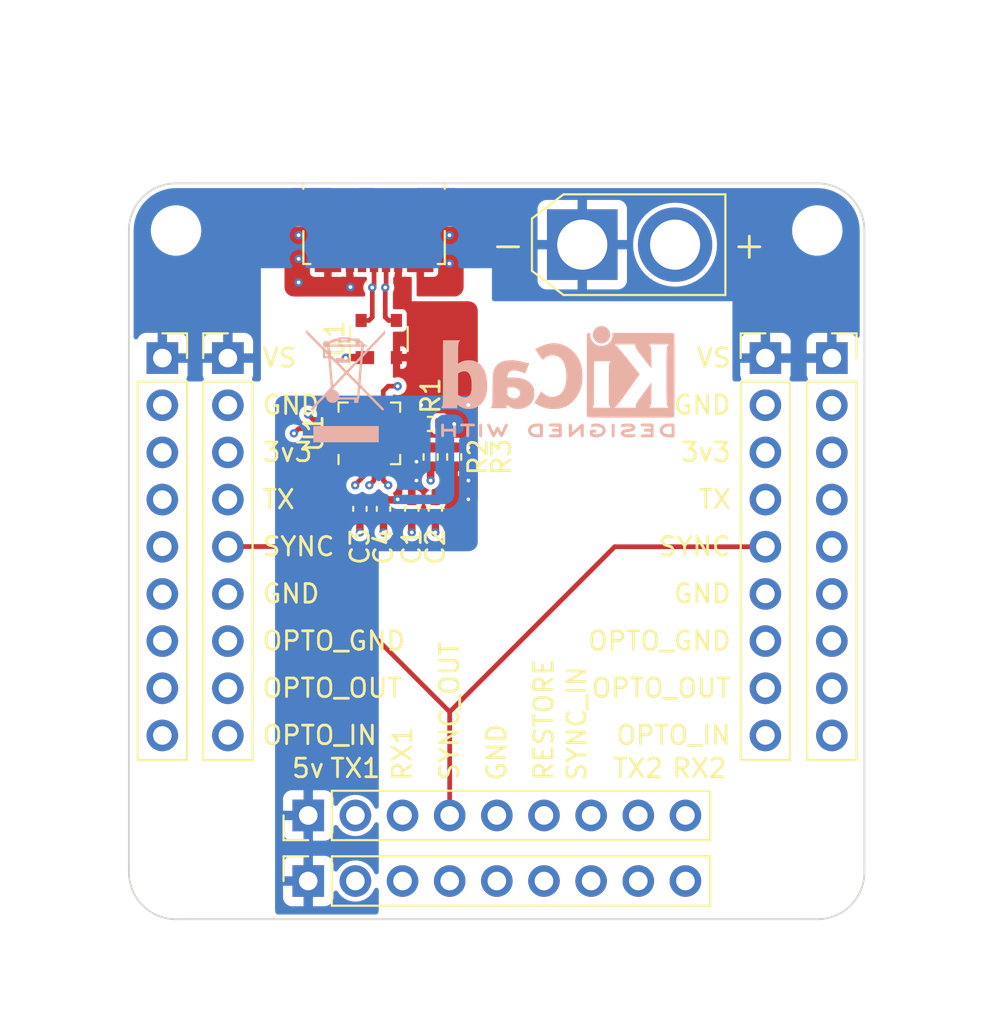
<source format=kicad_pcb>
(kicad_pcb (version 20211014) (generator pcbnew)
  (layers (0 "F.Cu" signal "Front") (1 "In1.Cu" signal) (2 "In2.Cu" signal) (31 "B.Cu" signal "Back") (34 "B.Paste" user) (35 "F.Paste" user) (36 "B.SilkS" user "B.Silkscreen") (37 "F.SilkS" user "F.Silkscreen") (38 "B.Mask" user) (39 "F.Mask" user) (44 "Edge.Cuts" user))
  (net 0 "")
  (net 1 "VBUS")
  (net 2 "GNDREF")
  (net 3 "+3V3")
  (net 4 "/D-")
  (net 5 "/D+")
  (net 6 "/SYNC")
  (net 7 "Net-(R1-Pad2)")
  (net 18 "/VS")
  (net 19 "/3V3_CAM1")
  (net 20 "/GPIO3{slash}TX_CAM1")
  (net 21 "/OPTO_GND_CAM1")
  (net 22 "/OPTO_OUT_CAM1")
  (net 23 "/OPTO_IN_CAM1")
  (net 24 "/3V3_CAM2")
  (net 25 "/GPIO3{slash}TX_CAM2")
  (net 26 "/OPTO_GND_CAM2")
  (net 27 "/OPTO_OUT_CAM2")
  (net 28 "/OPTO_IN_CAM2")
  (net 29 "/TX1")
  (net 30 "/RX1")
  (net 31 "/RESTORE")
  (net 32 "/SYNC_IN")
  (net 33 "/TX2")
  (net 34 "/RX2")
  (net 36 "Net-(R2-Pad2)")
  (footprint "Capacitor_SMD:C_0402_1005Metric" (layer "F.Cu") (at 70.358 68.326 -90)
    (fp_text reference "C4" (at 2.032 0 -90) (layer "F.SilkS"))
    (fp_text value "4u7")
    (pad "1" smd roundrect (at -0.48 0 270) (size 0.56 0.62) (layers "F.Cu" "F.Paste" "F.Mask") (net 3 "+3V3"))
    (pad "2" smd roundrect (at 0.48 0 270) (size 0.56 0.62) (layers "F.Cu" "F.Paste" "F.Mask") (net 2 "GNDREF"))
  )
  (footprint "Package_TO_SOT_SMD:SOT-143" (layer "F.Cu") (at 70.104 59.182 90)
    (fp_text reference "D1" (at 0.02 -2.38 90) (layer "F.SilkS"))
    (fp_text value "SP0503BAHT")
    (pad "1" smd rect (at -1 -0.75 90) (size 0.7 1) (layers "F.Cu" "F.Paste" "F.Mask") (net 2 "GNDREF"))
    (pad "2" smd rect (at -1 0.95 90) (size 0.7 0.6) (layers "F.Cu" "F.Paste" "F.Mask") (net 1 "VBUS"))
    (pad "3" smd rect (at 1 0.95 90) (size 0.7 0.6) (layers "F.Cu" "F.Paste" "F.Mask") (net 4 "/D-"))
    (pad "4" smd rect (at 1 -0.95 90) (size 0.7 0.6) (layers "F.Cu" "F.Paste" "F.Mask") (net 5 "/D+"))
  )
  (footprint "MountingHole:MountingHole_2.2mm_M2" (layer "F.Cu") (at 59.182 87.884)
    (fp_text reference "REF**" hide)
    (fp_text value "MountingHole_2.2mm_M2")
    (pad "" np_thru_hole circle (at 0 0) (size 2.2 2.2) (drill 2.2) (layers *.Cu *.Mask))
  )
  (footprint "Connector_PinSocket_2.54mm:PinSocket_1x09_P2.54mm_Vertical" (layer "F.Cu") (at 58.445 60.208008)
    (fp_text reference "J6" hide)
    (fp_text value "Conn_01x09_Female")
    (pad "1" thru_hole rect (at 0 0) (size 1.7 1.7) (drill 1) (layers *.Cu *.Mask) (net 18 "/VS"))
    (pad "2" thru_hole oval (at 0 2.54) (size 1.7 1.7) (drill 1) (layers *.Cu *.Mask) (net 2 "GNDREF"))
    (pad "3" thru_hole oval (at 0 5.08) (size 1.7 1.7) (drill 1) (layers *.Cu *.Mask) (net 19 "/3V3_CAM1"))
    (pad "4" thru_hole oval (at 0 7.62) (size 1.7 1.7) (drill 1) (layers *.Cu *.Mask) (net 20 "/GPIO3{slash}TX_CAM1"))
    (pad "5" thru_hole oval (at 0 10.16) (size 1.7 1.7) (drill 1) (layers *.Cu *.Mask) (net 6 "/SYNC"))
    (pad "6" thru_hole oval (at 0 12.7) (size 1.7 1.7) (drill 1) (layers *.Cu *.Mask) (net 2 "GNDREF"))
    (pad "7" thru_hole oval (at 0 15.24) (size 1.7 1.7) (drill 1) (layers *.Cu *.Mask) (net 21 "/OPTO_GND_CAM1"))
    (pad "8" thru_hole oval (at 0 17.78) (size 1.7 1.7) (drill 1) (layers *.Cu *.Mask) (net 22 "/OPTO_OUT_CAM1"))
    (pad "9" thru_hole oval (at 0 20.32) (size 1.7 1.7) (drill 1) (layers *.Cu *.Mask) (net 23 "/OPTO_IN_CAM1"))
  )
  (footprint "Resistor_SMD:R_0402_1005Metric" (layer "F.Cu") (at 74.168 65.532 90)
    (fp_text reference "R2" (at 0 1.27 270) (layer "F.SilkS"))
    (fp_text value "22k1")
    (pad "1" smd roundrect (at -0.51 0 90) (size 0.54 0.64) (layers "F.Cu" "F.Paste" "F.Mask") (net 1 "VBUS"))
    (pad "2" smd roundrect (at 0.51 0 90) (size 0.54 0.64) (layers "F.Cu" "F.Paste" "F.Mask") (net 36 "Net-(R2-Pad2)"))
  )
  (footprint "Connector_PinHeader_2.54mm:PinHeader_1x09_P2.54mm_Vertical" (layer "F.Cu") (at 90.932 60.208)
    (fp_text reference "J4" hide)
    (fp_text value "Conn_01x09_Male")
    (pad "1" thru_hole rect (at 0 0) (size 1.7 1.7) (drill 1) (layers *.Cu *.Mask) (net 18 "/VS"))
    (pad "2" thru_hole oval (at 0 2.54) (size 1.7 1.7) (drill 1) (layers *.Cu *.Mask) (net 2 "GNDREF"))
    (pad "3" thru_hole oval (at 0 5.08) (size 1.7 1.7) (drill 1) (layers *.Cu *.Mask) (net 24 "/3V3_CAM2"))
    (pad "4" thru_hole oval (at 0 7.62) (size 1.7 1.7) (drill 1) (layers *.Cu *.Mask) (net 25 "/GPIO3{slash}TX_CAM2"))
    (pad "5" thru_hole oval (at 0 10.16) (size 1.7 1.7) (drill 1) (layers *.Cu *.Mask) (net 6 "/SYNC"))
    (pad "6" thru_hole oval (at 0 12.7) (size 1.7 1.7) (drill 1) (layers *.Cu *.Mask) (net 2 "GNDREF"))
    (pad "7" thru_hole oval (at 0 15.24) (size 1.7 1.7) (drill 1) (layers *.Cu *.Mask) (net 26 "/OPTO_GND_CAM2"))
    (pad "8" thru_hole oval (at 0 17.78) (size 1.7 1.7) (drill 1) (layers *.Cu *.Mask) (net 27 "/OPTO_OUT_CAM2"))
    (pad "9" thru_hole oval (at 0 20.32) (size 1.7 1.7) (drill 1) (layers *.Cu *.Mask) (net 28 "/OPTO_IN_CAM2"))
  )
  (footprint "Connector_PinHeader_2.54mm:PinHeader_1x09_P2.54mm_Vertical" (layer "F.Cu") (at 66.304 84.836 90)
    (fp_text reference "J5" hide)
    (fp_text value "Conn_01x09_Male")
    (pad "1" thru_hole rect (at 0 0 90) (size 1.7 1.7) (drill 1) (layers *.Cu *.Mask) (net 1 "VBUS"))
    (pad "2" thru_hole oval (at 0 2.54 90) (size 1.7 1.7) (drill 1) (layers *.Cu *.Mask) (net 29 "/TX1"))
    (pad "3" thru_hole oval (at 0 5.08 90) (size 1.7 1.7) (drill 1) (layers *.Cu *.Mask) (net 30 "/RX1"))
    (pad "4" thru_hole oval (at 0 7.62 90) (size 1.7 1.7) (drill 1) (layers *.Cu *.Mask) (net 6 "/SYNC"))
    (pad "5" thru_hole oval (at 0 10.16 90) (size 1.7 1.7) (drill 1) (layers *.Cu *.Mask) (net 2 "GNDREF"))
    (pad "6" thru_hole oval (at 0 12.7 90) (size 1.7 1.7) (drill 1) (layers *.Cu *.Mask) (net 31 "/RESTORE"))
    (pad "7" thru_hole oval (at 0 15.24 90) (size 1.7 1.7) (drill 1) (layers *.Cu *.Mask) (net 32 "/SYNC_IN"))
    (pad "8" thru_hole oval (at 0 17.78 90) (size 1.7 1.7) (drill 1) (layers *.Cu *.Mask) (net 33 "/TX2"))
    (pad "9" thru_hole oval (at 0 20.32 90) (size 1.7 1.7) (drill 1) (layers *.Cu *.Mask) (net 34 "/RX2"))
  )
  (footprint "Capacitor_SMD:C_0402_1005Metric" (layer "F.Cu") (at 73.152 68.326 -90)
    (fp_text reference "C2" (at 2.032 0 90) (layer "F.SilkS"))
    (fp_text value "100n")
    (pad "1" smd roundrect (at -0.48 0 270) (size 0.56 0.62) (layers "F.Cu" "F.Paste" "F.Mask") (net 1 "VBUS"))
    (pad "2" smd roundrect (at 0.48 0 270) (size 0.56 0.62) (layers "F.Cu" "F.Paste" "F.Mask") (net 2 "GNDREF"))
  )
  (footprint "MountingHole:MountingHole_2.2mm_M2" (layer "F.Cu") (at 59.182 53.34)
    (fp_text reference "REF**" hide)
    (fp_text value "MountingHole_2.2mm_M2")
    (pad "" np_thru_hole circle (at 0 0) (size 2.2 2.2) (drill 2.2) (layers *.Cu *.Mask))
  )
  (footprint "Package_DFN_QFN:SiliconLabs_QFN-20-1EP_3x3mm_P0.5mm_EP1.8x1.8mm" (layer "F.Cu") (at 69.596 64.262 90)
    (fp_text reference "U1" (at 0 -3 90) (layer "F.SilkS"))
    (fp_text value "CP2102N-Axx-xQFN20")
    (pad "1" smd rect (at -1.25 -1.25 90) (size 0.3 0.3) (layers "F.Cu" "F.Paste" "F.Mask"))
    (pad "2" smd rect (at -1.55 -0.75 90) (size 0.9 0.3) (layers "F.Cu" "F.Paste" "F.Mask"))
    (pad "3" smd rect (at -1.55 -0.25 90) (size 0.9 0.3) (layers "F.Cu" "F.Paste" "F.Mask") (net 2 "GNDREF"))
    (pad "4" smd rect (at -1.55 0.25 90) (size 0.9 0.3) (layers "F.Cu" "F.Paste" "F.Mask") (net 5 "/D+"))
    (pad "5" smd rect (at -1.55 0.75 90) (size 0.9 0.3) (layers "F.Cu" "F.Paste" "F.Mask") (net 4 "/D-"))
    (pad "6" smd rect (at -1.25 1.25 90) (size 0.3 0.3) (layers "F.Cu" "F.Paste" "F.Mask") (net 3 "+3V3"))
    (pad "7" smd rect (at -0.75 1.55 180) (size 0.9 0.3) (layers "F.Cu" "F.Paste" "F.Mask") (net 1 "VBUS"))
    (pad "8" smd rect (at -0.25 1.55 180) (size 0.9 0.3) (layers "F.Cu" "F.Paste" "F.Mask") (net 36 "Net-(R2-Pad2)"))
    (pad "9" smd rect (at 0.25 1.55 180) (size 0.9 0.3) (layers "F.Cu" "F.Paste" "F.Mask") (net 7 "Net-(R1-Pad2)"))
    (pad "10" smd rect (at 0.75 1.55 180) (size 0.9 0.3) (layers "F.Cu" "F.Paste" "F.Mask"))
    (pad "11" smd rect (at 1.25 1.25 90) (size 0.3 0.3) (layers "F.Cu" "F.Paste" "F.Mask"))
    (pad "12" smd rect (at 1.55 0.75 90) (size 0.9 0.3) (layers "F.Cu" "F.Paste" "F.Mask") (net 2 "GNDREF"))
    (pad "13" smd rect (at 1.55 0.25 90) (size 0.9 0.3) (layers "F.Cu" "F.Paste" "F.Mask"))
    (pad "14" smd rect (at 1.55 -0.25 90) (size 0.9 0.3) (layers "F.Cu" "F.Paste" "F.Mask"))
    (pad "15" smd rect (at 1.55 -0.75 90) (size 0.9 0.3) (layers "F.Cu" "F.Paste" "F.Mask"))
    (pad "16" smd rect (at 1.25 -1.25 90) (size 0.3 0.3) (layers "F.Cu" "F.Paste" "F.Mask"))
    (pad "17" smd rect (at 0.75 -1.55 180) (size 0.9 0.3) (layers "F.Cu" "F.Paste" "F.Mask") (net 34 "/RX2"))
    (pad "18" smd rect (at 0.25 -1.55 180) (size 0.9 0.3) (layers "F.Cu" "F.Paste" "F.Mask") (net 33 "/TX2"))
    (pad "19" smd rect (at -0.25 -1.55 180) (size 0.9 0.3) (layers "F.Cu" "F.Paste" "F.Mask"))
    (pad "20" smd rect (at -0.75 -1.55 180) (size 0.9 0.3) (layers "F.Cu" "F.Paste" "F.Mask"))
    (pad "21" smd rect (at 0 0 90) (size 1.8 1.8) (layers "F.Cu" "F.Mask") (net 2 "GNDREF"))
  )
  (footprint "MountingHole:MountingHole_2.2mm_M2" (layer "F.Cu") (at 93.726 87.884)
    (fp_text reference "REF**" hide)
    (fp_text value "MountingHole_2.2mm_M2")
    (pad "" np_thru_hole circle (at 0 0) (size 2.2 2.2) (drill 2.2) (layers *.Cu *.Mask))
  )
  (footprint "Resistor_SMD:R_0402_1005Metric" (layer "F.Cu") (at 72.898 65.532 -90)
    (fp_text reference "R3" (at 0 -3.81 90) (layer "F.SilkS"))
    (fp_text value "47k5")
    (pad "1" smd roundrect (at -0.51 0 270) (size 0.54 0.64) (layers "F.Cu" "F.Paste" "F.Mask") (net 36 "Net-(R2-Pad2)"))
    (pad "2" smd roundrect (at 0.51 0 270) (size 0.54 0.64) (layers "F.Cu" "F.Paste" "F.Mask") (net 2 "GNDREF"))
  )
  (footprint "Connector_USB:USB_Micro-B_Molex_47346-0001" (layer "F.Cu") (at 69.85 53.432 180)
    (fp_text reference "J2" hide)
    (fp_text value "USB_B_Micro")
    (pad "1" smd rect (at -1.3 -1.46 180) (size 0.45 1.38) (layers "F.Cu" "F.Paste" "F.Mask") (net 1 "VBUS"))
    (pad "2" smd rect (at -0.65 -1.46 180) (size 0.45 1.38) (layers "F.Cu" "F.Paste" "F.Mask") (net 4 "/D-"))
    (pad "3" smd rect (at 0 -1.46 180) (size 0.45 1.38) (layers "F.Cu" "F.Paste" "F.Mask") (net 5 "/D+"))
    (pad "4" smd rect (at 0.65 -1.46 180) (size 0.45 1.38) (layers "F.Cu" "F.Paste" "F.Mask"))
    (pad "5" smd rect (at 1.3 -1.46 180) (size 0.45 1.38) (layers "F.Cu" "F.Paste" "F.Mask") (net 2 "GNDREF"))
    (pad "6" smd rect (at 2.4875 -1.375 180) (size 1.425 1.55) (layers "F.Cu" "F.Paste" "F.Mask") (net 2 "GNDREF"))
    (pad "6" smd rect (at -2.4875 -1.375 180) (size 1.425 1.55) (layers "F.Cu" "F.Paste" "F.Mask") (net 2 "GNDREF"))
    (pad "6" smd rect (at -1.15 1.2 180) (size 1.8 1.9) (layers "F.Cu" "F.Paste" "F.Mask") (net 2 "GNDREF"))
    (pad "6" smd rect (at 1.55 1.2 180) (size 1 1.9) (layers "F.Cu" "F.Paste" "F.Mask") (net 2 "GNDREF"))
    (pad "6" smd rect (at 3.375 1.2 180) (size 1.65 1.3) (layers "F.Cu" "F.Paste" "F.Mask") (net 2 "GNDREF"))
    (pad "6" smd rect (at -3.375 1.2 180) (size 1.65 1.3) (layers "F.Cu" "F.Paste" "F.Mask") (net 2 "GNDREF"))
  )
  (footprint "Connector_AMASS:AMASS_XT30U-F_1x02_P5.0mm_Vertical" (layer "F.Cu") (at 81.066 54.102)
    (fp_text reference "J1" hide)
    (fp_text value "Conn_01x02_Female")
    (fp_text user "-" (at -4 0) (layer "F.SilkS") (effects (font (size 1.5 1.5))))
    (fp_text user "+" (at 9 0) (layer "F.SilkS") (effects (font (size 1.5 1.5))))
    (pad "1" thru_hole rect (at 0 0) (size 3.8 3.8) (drill 2.7) (layers *.Cu *.Mask) (net 18 "/VS"))
    (pad "2" thru_hole circle (at 5 0) (size 4 4) (drill 2.7) (layers *.Cu *.Mask) (net 2 "GNDREF"))
  )
  (footprint "Capacitor_SMD:C_0402_1005Metric" (layer "F.Cu") (at 71.882 68.326 -90)
    (fp_text reference "C1" (at 2.032 0 90) (layer "F.SilkS"))
    (fp_text value "4u7")
    (pad "1" smd roundrect (at -0.48 0 270) (size 0.56 0.62) (layers "F.Cu" "F.Paste" "F.Mask") (net 1 "VBUS"))
    (pad "2" smd roundrect (at 0.48 0 270) (size 0.56 0.62) (layers "F.Cu" "F.Paste" "F.Mask") (net 2 "GNDREF"))
  )
  (footprint "MountingHole:MountingHole_2.2mm_M2" (layer "F.Cu") (at 93.726 53.34)
    (fp_text reference "REF**" hide)
    (fp_text value "MountingHole_2.2mm_M2")
    (pad "" np_thru_hole circle (at 0 0) (size 2.2 2.2) (drill 2.2) (layers *.Cu *.Mask))
  )
  (footprint "Connector_PinSocket_2.54mm:PinSocket_1x09_P2.54mm_Vertical" (layer "F.Cu") (at 94.512994 60.208008)
    (fp_text reference "J7" hide)
    (fp_text value "Conn_01x09_Female")
    (pad "1" thru_hole rect (at 0 0) (size 1.7 1.7) (drill 1) (layers *.Cu *.Mask) (net 18 "/VS"))
    (pad "2" thru_hole oval (at 0 2.54) (size 1.7 1.7) (drill 1) (layers *.Cu *.Mask) (net 2 "GNDREF"))
    (pad "3" thru_hole oval (at 0 5.08) (size 1.7 1.7) (drill 1) (layers *.Cu *.Mask) (net 24 "/3V3_CAM2"))
    (pad "4" thru_hole oval (at 0 7.62) (size 1.7 1.7) (drill 1) (layers *.Cu *.Mask) (net 25 "/GPIO3{slash}TX_CAM2"))
    (pad "5" thru_hole oval (at 0 10.16) (size 1.7 1.7) (drill 1) (layers *.Cu *.Mask) (net 6 "/SYNC"))
    (pad "6" thru_hole oval (at 0 12.7) (size 1.7 1.7) (drill 1) (layers *.Cu *.Mask) (net 2 "GNDREF"))
    (pad "7" thru_hole oval (at 0 15.24) (size 1.7 1.7) (drill 1) (layers *.Cu *.Mask) (net 26 "/OPTO_GND_CAM2"))
    (pad "8" thru_hole oval (at 0 17.78) (size 1.7 1.7) (drill 1) (layers *.Cu *.Mask) (net 27 "/OPTO_OUT_CAM2"))
    (pad "9" thru_hole oval (at 0 20.32) (size 1.7 1.7) (drill 1) (layers *.Cu *.Mask) (net 28 "/OPTO_IN_CAM2"))
  )
  (footprint "Resistor_SMD:R_0402_1005Metric" (layer "F.Cu") (at 72.898 63.754 180)
    (fp_text reference "R1" (at 0 1.524 90) (layer "F.SilkS"))
    (fp_text value "5k1")
    (pad "1" smd roundrect (at -0.51 0 180) (size 0.54 0.64) (layers "F.Cu" "F.Paste" "F.Mask") (net 3 "+3V3"))
    (pad "2" smd roundrect (at 0.51 0 180) (size 0.54 0.64) (layers "F.Cu" "F.Paste" "F.Mask") (net 7 "Net-(R1-Pad2)"))
  )
  (footprint "Connector_PinSocket_2.54mm:PinSocket_1x09_P2.54mm_Vertical" (layer "F.Cu") (at 66.304 88.367 90)
    (fp_text reference "J8" hide)
    (fp_text value "Conn_01x09_Female")
    (pad "1" thru_hole rect (at 0 0 90) (size 1.7 1.7) (drill 1) (layers *.Cu *.Mask) (net 1 "VBUS"))
    (pad "2" thru_hole oval (at 0 2.54 90) (size 1.7 1.7) (drill 1) (layers *.Cu *.Mask) (net 29 "/TX1"))
    (pad "3" thru_hole oval (at 0 5.08 90) (size 1.7 1.7) (drill 1) (layers *.Cu *.Mask) (net 30 "/RX1"))
    (pad "4" thru_hole oval (at 0 7.62 90) (size 1.7 1.7) (drill 1) (layers *.Cu *.Mask) (net 6 "/SYNC"))
    (pad "5" thru_hole oval (at 0 10.16 90) (size 1.7 1.7) (drill 1) (layers *.Cu *.Mask) (net 2 "GNDREF"))
    (pad "6" thru_hole oval (at 0 12.7 90) (size 1.7 1.7) (drill 1) (layers *.Cu *.Mask) (net 31 "/RESTORE"))
    (pad "7" thru_hole oval (at 0 15.24 90) (size 1.7 1.7) (drill 1) (layers *.Cu *.Mask) (net 32 "/SYNC_IN"))
    (pad "8" thru_hole oval (at 0 17.78 90) (size 1.7 1.7) (drill 1) (layers *.Cu *.Mask) (net 33 "/TX2"))
    (pad "9" thru_hole oval (at 0 20.32 90) (size 1.7 1.7) (drill 1) (layers *.Cu *.Mask) (net 34 "/RX2"))
  )
  (footprint "Connector_PinHeader_2.54mm:PinHeader_1x09_P2.54mm_Vertical" (layer "F.Cu") (at 61.976 60.208008)
    (fp_text reference "J3" hide)
    (fp_text value "Conn_01x09_Male")
    (pad "1" thru_hole rect (at 0 0) (size 1.7 1.7) (drill 1) (layers *.Cu *.Mask) (net 18 "/VS"))
    (pad "2" thru_hole oval (at 0 2.54) (size 1.7 1.7) (drill 1) (layers *.Cu *.Mask) (net 2 "GNDREF"))
    (pad "3" thru_hole oval (at 0 5.08) (size 1.7 1.7) (drill 1) (layers *.Cu *.Mask) (net 19 "/3V3_CAM1"))
    (pad "4" thru_hole oval (at 0 7.62) (size 1.7 1.7) (drill 1) (layers *.Cu *.Mask) (net 20 "/GPIO3{slash}TX_CAM1"))
    (pad "5" thru_hole oval (at 0 10.16) (size 1.7 1.7) (drill 1) (layers *.Cu *.Mask) (net 6 "/SYNC"))
    (pad "6" thru_hole oval (at 0 12.7) (size 1.7 1.7) (drill 1) (layers *.Cu *.Mask) (net 2 "GNDREF"))
    (pad "7" thru_hole oval (at 0 15.24) (size 1.7 1.7) (drill 1) (layers *.Cu *.Mask) (net 21 "/OPTO_GND_CAM1"))
    (pad "8" thru_hole oval (at 0 17.78) (size 1.7 1.7) (drill 1) (layers *.Cu *.Mask) (net 22 "/OPTO_OUT_CAM1"))
    (pad "9" thru_hole oval (at 0 20.32) (size 1.7 1.7) (drill 1) (layers *.Cu *.Mask) (net 23 "/OPTO_IN_CAM1"))
  )
  (footprint "Capacitor_SMD:C_0402_1005Metric" (layer "F.Cu") (at 69.088 68.326 -90)
    (fp_text reference "C3" (at 2.032 0 90) (layer "F.SilkS"))
    (fp_text value "100n")
    (pad "1" smd roundrect (at -0.48 0 270) (size 0.56 0.62) (layers "F.Cu" "F.Paste" "F.Mask") (net 3 "+3V3"))
    (pad "2" smd roundrect (at 0.48 0 270) (size 0.56 0.62) (layers "F.Cu" "F.Paste" "F.Mask") (net 2 "GNDREF"))
  )
  (footprint "Symbol:KiCad-Logo2_5mm_SilkScreen" (layer "B.Cu") (at 79.756 61.468 180)
    (fp_text reference "REF**" hide)
    (fp_text value "KiCad-Logo2_5mm_SilkScreen" hide)
  )
  (footprint "Symbol:WEEE-Logo_4.2x6mm_SilkScreen" (layer "B.Cu") (at 68.326 61.722 180)
    (fp_text reference "REF**" hide)
    (fp_text value "WEEE-Logo_4.2x6mm_SilkScreen" hide)
  )
  (gr_arc (start 96.266 87.884) (mid 95.522051 89.680051) (end 93.726 90.424) (layer "Edge.Cuts") (width 0.1))
  (gr_line (start 56.642 87.884) (end 56.642 53.34) (layer "Edge.Cuts") (width 0.1))
  (gr_line (start 93.726 50.8) (end 59.182 50.8) (layer "Edge.Cuts") (width 0.1))
  (gr_arc (start 59.182 90.424) (mid 57.385949 89.680051) (end 56.642 87.884) (layer "Edge.Cuts") (width 0.1))
  (gr_line (start 96.266 53.34) (end 96.266 87.884) (layer "Edge.Cuts") (width 0.1))
  (gr_arc (start 93.726 50.8) (mid 95.522051 51.543949) (end 96.266 53.34) (layer "Edge.Cuts") (width 0.1))
  (gr_arc (start 56.642 53.34) (mid 57.385949 51.543949) (end 59.182 50.8) (layer "Edge.Cuts") (width 0.1))
  (gr_line (start 93.726 90.424) (end 59.182 90.424) (layer "Edge.Cuts") (width 0.1))
  (gr_text "OPTO_GND" (at 63.754 75.438) (layer "F.SilkS") (effects (font (size 1 1)) (justify left)))
  (gr_text "SYNC_OUT" (at 73.914 83.058 90) (layer "F.SilkS") (effects (font (size 1 1)) (justify left)))
  (gr_text "3v3" (at 89.154 65.278) (layer "F.SilkS") (effects (font (size 1 1)) (justify right)))
  (gr_text "OPTO_GND" (at 89.154 75.438) (layer "F.SilkS") (effects (font (size 1 1)) (justify right)))
  (gr_text "RX2" (at 87.376 82.296) (layer "F.SilkS") (effects (font (size 1 1))))
  (gr_text "OPTO_IN" (at 89.154 80.518) (layer "F.SilkS") (effects (font (size 1 1)) (justify right)))
  (gr_text "GND" (at 89.154 72.898) (layer "F.SilkS") (effects (font (size 1 1)) (justify right)))
  (gr_text "GND" (at 63.754 62.738) (layer "F.SilkS") (effects (font (size 1 1)) (justify left)))
  (gr_text "TX1" (at 68.834 82.296) (layer "F.SilkS") (effects (font (size 1 1))))
  (gr_text "OPTO_OUT" (at 63.754 77.978) (layer "F.SilkS") (effects (font (size 1 1)) (justify left)))
  (gr_text "5v" (at 66.294 82.296) (layer "F.SilkS") (effects (font (size 1 1))))
  (gr_text "SYNC_IN" (at 80.772 83.058 90) (layer "F.SilkS") (effects (font (size 1 1)) (justify left)))
  (gr_text "SYNC" (at 63.754 70.358) (layer "F.SilkS") (effects (font (size 1 1)) (justify left)))
  (gr_text "RESTORE" (at 78.994 83.058 90) (layer "F.SilkS") (effects (font (size 1 1)) (justify left)))
  (gr_text "TX" (at 89.154 67.818) (layer "F.SilkS") (effects (font (size 1 1)) (justify right)))
  (gr_text "TX2" (at 84.074 82.296) (layer "F.SilkS") (effects (font (size 1 1))))
  (gr_text "VS" (at 89.154 60.198) (layer "F.SilkS") (effects (font (size 1 1)) (justify right)))
  (gr_text "GND" (at 89.154 62.738) (layer "F.SilkS") (effects (font (size 1 1)) (justify right)))
  (gr_text "VS" (at 63.754 60.198) (layer "F.SilkS") (effects (font (size 1 1)) (justify left)))
  (gr_text "OPTO_IN" (at 63.754 80.518) (layer "F.SilkS") (effects (font (size 1 1)) (justify left)))
  (gr_text "GND" (at 76.454 83.058 90) (layer "F.SilkS") (effects (font (size 1 1)) (justify left)))
  (gr_text "RX1" (at 71.374 83.058 90) (layer "F.SilkS") (effects (font (size 1 1)) (justify left)))
  (gr_text "OPTO_OUT" (at 89.154 77.978) (layer "F.SilkS") (effects (font (size 1 1)) (justify right)))
  (gr_text "TX" (at 63.754 67.818) (layer "F.SilkS") (effects (font (size 1 1)) (justify left)))
  (gr_text "GND" (at 63.754 72.898) (layer "F.SilkS") (effects (font (size 1 1)) (justify left)))
  (gr_text "3v3" (at 63.754 65.278) (layer "F.SilkS") (effects (font (size 1 1)) (justify left)))
  (gr_text "SYNC" (at 89.154 70.358) (layer "F.SilkS") (effects (font (size 1 1)) (justify right)))
  (segment (start 71.616 65.012) (end 72.136 65.532) (width 0.254) (layer "F.Cu") (net 1))
  (segment (start 71.146 65.012) (end 71.616 65.012) (width 0.254) (layer "F.Cu") (net 1))
  (segment (start 72.136 65.532) (end 72.136 65.786) (width 0.254) (layer "F.Cu") (net 1))
  (via (at 72.39 62.738) (size 0.45) (drill 0.2) (layers "F.Cu" "B.Cu") (net 1))
  (via (at 74.93 65.024) (size 0.45) (drill 0.2) (layers "F.Cu" "B.Cu") (net 1))
  (via (at 72.136 66.802) (size 0.45) (drill 0.2) (layers "F.Cu" "B.Cu") (net 1))
  (via (at 74.93 67.818) (size 0.45) (drill 0.2) (layers "F.Cu" "B.Cu") (net 1))
  (via (at 74.93 62.738) (size 0.45) (drill 0.2) (layers "F.Cu" "B.Cu") (net 1))
  (via (at 72.136 65.786) (size 0.45) (drill 0.2) (layers "F.Cu" "B.Cu") (net 1))
  (via (at 74.93 66.802) (size 0.45) (drill 0.2) (layers "F.Cu" "B.Cu") (net 1))
  (segment (start 70.346 62.712) (end 70.346 63.512) (width 0.254) (layer "F.Cu") (net 2))
  (segment (start 70.346 63.512) (end 69.596 64.262) (width 0.254) (layer "F.Cu") (net 2))
  (segment (start 70.612 61.722) (end 71.12 61.722) (width 0.254) (layer "F.Cu") (net 2))
  (segment (start 70.346 62.712) (end 70.346 61.988) (width 0.254) (layer "F.Cu") (net 2))
  (segment (start 70.358 68.806) (end 70.358 69.596) (width 0.4064) (layer "F.Cu") (net 2))
  (segment (start 69.088 68.806) (end 69.088 69.596) (width 0.4064) (layer "F.Cu") (net 2))
  (segment (start 69.346 64.512) (end 69.596 64.262) (width 0.254) (layer "F.Cu") (net 2))
  (segment (start 70.346 61.988) (end 70.612 61.722) (width 0.254) (layer "F.Cu") (net 2))
  (segment (start 68.342 60.182) (end 68.326 60.198) (width 0.4064) (layer "F.Cu") (net 2))
  (segment (start 68.834 67.028) (end 68.834 67.056) (width 0.254) (layer "F.Cu") (net 2))
  (segment (start 69.354 60.182) (end 68.342 60.182) (width 0.4064) (layer "F.Cu") (net 2))
  (segment (start 69.346 66.516) (end 68.834 67.028) (width 0.254) (layer "F.Cu") (net 2))
  (segment (start 71.882 68.806) (end 71.882 69.596) (width 0.4064) (layer "F.Cu") (net 2))
  (segment (start 69.346 65.812) (end 69.346 64.512) (width 0.254) (layer "F.Cu") (net 2))
  (segment (start 69.346 65.812) (end 69.346 66.516) (width 0.254) (layer "F.Cu") (net 2))
  (segment (start 72.898 66.042) (end 72.898 66.802) (width 0.4064) (layer "F.Cu") (net 2))
  (segment (start 73.152 68.806) (end 73.152 69.596) (width 0.4064) (layer "F.Cu") (net 2))
  (via (at 71.12 61.722) (size 0.45) (drill 0.2) (layers "F.Cu" "B.Cu") (net 2))
  (via (at 68.326 60.198) (size 0.45) (drill 0.2) (layers "F.Cu" "B.Cu") (net 2))
  (via (at 65.786 56.134) (size 0.45) (drill 0.2) (layers "F.Cu" "B.Cu") (net 2))
  (via (at 68.58 56.388) (size 0.45) (drill 0.2) (layers "F.Cu" "B.Cu") (net 2))
  (via (at 65.786 54.864) (size 0.45) (drill 0.2) (layers "F.Cu" "B.Cu") (net 2))
  (via (at 71.882 69.596) (size 0.45) (drill 0.2) (layers "F.Cu" "B.Cu") (net 2))
  (via (at 72.898 66.802) (size 0.45) (drill 0.2) (layers "F.Cu" "B.Cu") (net 2))
  (via (at 68.834 67.056) (size 0.45) (drill 0.2) (layers "F.Cu" "B.Cu") (net 2))
  (via (at 73.914 55.118) (size 0.45) (drill 0.2) (layers "F.Cu" "B.Cu") (net 2))
  (via (at 65.786 53.594) (size 0.45) (drill 0.2) (layers "F.Cu" "B.Cu") (net 2))
  (via (at 70.358 69.596) (size 0.45) (drill 0.2) (layers "F.Cu" "B.Cu") (net 2))
  (via (at 73.914 53.594) (size 0.45) (drill 0.2) (layers "F.Cu" "B.Cu") (net 2))
  (via (at 73.152 69.596) (size 0.45) (drill 0.2) (layers "F.Cu" "B.Cu") (net 2))
  (via (at 69.088 69.596) (size 0.45) (drill 0.2) (layers "F.Cu" "B.Cu") (net 2))
  (segment (start 73.408 63.754) (end 74.168 63.754) (width 0.4064) (layer "F.Cu") (net 3))
  (via (at 71.12 67.818) (size 0.45) (drill 0.2) (layers "F.Cu" "B.Cu") (net 3))
  (via (at 74.168 63.754) (size 0.45) (drill 0.2) (layers "F.Cu" "B.Cu") (net 3))
  (segment (start 70.5 54.892) (end 70.5 56.362223) (width 0.254) (layer "F.Cu") (net 4))
  (segment (start 70.454 58.008) (end 70.628 58.182) (width 0.254) (layer "F.Cu") (net 4))
  (segment (start 70.346 66.79) (end 70.346 65.812) (width 0.254) (layer "F.Cu") (net 4))
  (segment (start 70.612 67.056) (end 70.346 66.79) (width 0.254) (layer "F.Cu") (net 4))
  (segment (start 70.628 58.182) (end 71.054 58.182) (width 0.254) (layer "F.Cu") (net 4))
  (segment (start 70.5 56.362223) (end 70.454 56.408223) (width 0.254) (layer "F.Cu") (net 4))
  (segment (start 70.454 56.408223) (end 70.454 58.008) (width 0.254) (layer "F.Cu") (net 4))
  (via (at 70.612 67.056) (size 0.45) (drill 0.2) (layers "F.Cu" "B.Cu") (net 4))
  (via (at 70.454 56.408223) (size 0.45) (drill 0.2) (layers "F.Cu" "B.Cu") (net 4))
  (segment (start 69.754 58.008) (end 69.58 58.182) (width 0.254) (layer "F.Cu") (net 5))
  (segment (start 69.846 65.812) (end 69.846 66.806) (width 0.254) (layer "F.Cu") (net 5))
  (segment (start 69.58 58.182) (end 69.154 58.182) (width 0.254) (layer "F.Cu") (net 5))
  (segment (start 69.754 56.408223) (end 69.754 58.008) (width 0.254) (layer "F.Cu") (net 5))
  (segment (start 69.85 54.892) (end 69.85 56.312223) (width 0.254) (layer "F.Cu") (net 5))
  (segment (start 69.846 66.806) (end 69.596 67.056) (width 0.254) (layer "F.Cu") (net 5))
  (segment (start 69.85 56.312223) (end 69.754 56.408223) (width 0.254) (layer "F.Cu") (net 5))
  (via (at 69.754 56.408223) (size 0.45) (drill 0.2) (layers "F.Cu" "B.Cu") (net 5))
  (via (at 69.596 67.056) (size 0.45) (drill 0.2) (layers "F.Cu" "B.Cu") (net 5))
  (segment (start 82.814 70.368) (end 73.924 79.258) (width 0.254) (layer "F.Cu") (net 6))
  (segment (start 61.986008 70.358) (end 61.976 70.368008) (width 0.254) (layer "F.Cu") (net 6))
  (segment (start 73.924 79.258) (end 65.024 70.358) (width 0.254) (layer "F.Cu") (net 6))
  (segment (start 73.924 84.836) (end 73.924 79.258) (width 0.254) (layer "F.Cu") (net 6))
  (segment (start 90.932 70.368) (end 82.814 70.368) (width 0.254) (layer "F.Cu") (net 6))
  (segment (start 65.024 70.358) (end 61.986008 70.358) (width 0.254) (layer "F.Cu") (net 6))
  (segment (start 72.136 63.754) (end 72.388 63.754) (width 0.254) (layer "F.Cu") (net 7))
  (segment (start 71.146 64.012) (end 71.878 64.012) (width 0.254) (layer "F.Cu") (net 7))
  (segment (start 71.878 64.012) (end 72.136 63.754) (width 0.254) (layer "F.Cu") (net 7))
  (segment (start 65.782 64.012) (end 65.532 64.262) (width 0.254) (layer "F.Cu") (net 33))
  (segment (start 68.046 64.012) (end 65.782 64.012) (width 0.254) (layer "F.Cu") (net 33))
  (via (at 65.532 64.262) (size 0.45) (drill 0.2) (layers "F.Cu" "B.Cu") (net 33))
  (segment (start 66.56 63.512) (end 68.046 63.512) (width 0.254) (layer "F.Cu") (net 34))
  (segment (start 66.294 63.246) (end 66.56 63.512) (width 0.254) (layer "F.Cu") (net 34))
  (via (at 66.294 63.246) (size 0.45) (drill 0.2) (layers "F.Cu" "B.Cu") (net 34))
  (segment (start 71.146 64.512) (end 71.878 64.512) (width 0.254) (layer "F.Cu") (net 36))
  (segment (start 71.878 64.512) (end 72.388 65.022) (width 0.254) (layer "F.Cu") (net 36))
  (segment (start 72.388 65.022) (end 74.168 65.022) (width 0.254) (layer "F.Cu") (net 36))
  (zone (net 2) (net_name "GNDREF") (layer "F.Cu") (connect_pads (clearance 0.254)) (min_thickness 0.127) (fill yes (thermal_gap 0.254) (thermal_bridge_width 0.4064) (smoothing fillet) (radius 0.508))
    (polygon (pts (xy 74.676 56.896) (xy 65.024 56.896) (xy 65.024 51.054) (xy 74.676 51.054)))
  )
  (zone (net 1) (net_name "VBUS") (layer "F.Cu") (priority 1) (connect_pads (clearance 0.254)) (min_thickness 0.127) (fill yes (thermal_gap 0.254) (thermal_bridge_width 0.4064) (smoothing fillet) (radius 0.508))
    (polygon (pts (xy 75.438 68.326) (xy 70.866 68.326) (xy 70.866 54.102) (xy 71.882 54.102) (xy 71.882 57.15) (xy 75.438 57.15)))
  )
  (zone (net 3) (net_name "+3V3") (layer "F.Cu") (priority 2) (connect_pads (clearance 0.254)) (min_thickness 0.127) (fill yes (thermal_gap 0.254) (thermal_bridge_width 0.4064) (smoothing fillet) (radius 0.254))
    (polygon (pts (xy 71.374 68.072) (xy 68.834 68.072) (xy 68.834 67.564) (xy 70.612 67.564) (xy 70.612 65.278) (xy 71.374 65.278)))
  )
  (zone (net 3) (net_name "+3V3") (layer "B.Cu") (priority 1) (connect_pads (clearance 0.254)) (min_thickness 0.254) (fill yes (thermal_gap 0.508) (thermal_bridge_width 0.508) (smoothing fillet) (radius 0.508))
    (polygon (pts (xy 74.676 63.246) (xy 74.676 64.262) (xy 74.168 64.262) (xy 74.168 68.072) (xy 70.866 68.072) (xy 70.866 67.564) (xy 73.152 67.564) (xy 73.152 63.246)))
  )
  (zone (net 18) (net_name "/VS") (layer "B.Cu") (connect_pads (clearance 0.254)) (min_thickness 0.254) (fill yes (thermal_gap 0.508) (thermal_bridge_width 0.508))
    (polygon (pts (xy 96.266 61.468) (xy 89.154 61.468) (xy 89.154 57.15) (xy 76.2 57.15) (xy 76.2 55.372) (xy 63.754 55.372) (xy 63.754 61.468) (xy 56.642 61.468) (xy 56.642 50.8) (xy 96.266 50.8)))
  )
  (zone (net 1) (net_name "VBUS") (layer "B.Cu") (connect_pads (clearance 0.254)) (min_thickness 0.254) (fill yes (thermal_gap 0.508) (thermal_bridge_width 0.508) (smoothing fillet) (radius 0.508))
    (polygon (pts (xy 75.438 70.612) (xy 70.104 70.612) (xy 70.104 90.424) (xy 64.516 90.424) (xy 64.516 62.23) (xy 75.438 62.23)))
  )
)
</source>
